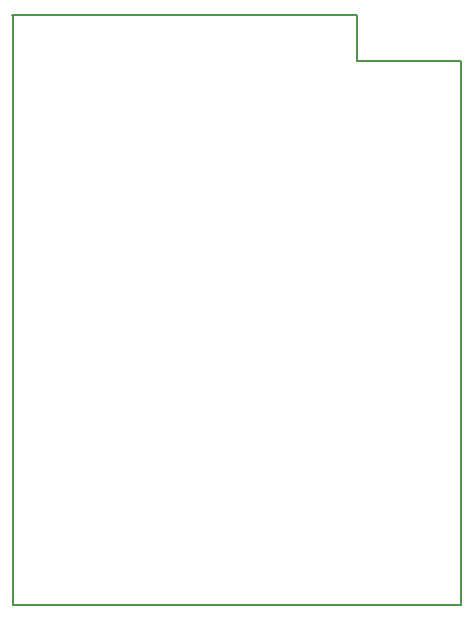
<source format=gbr>
G04 #@! TF.FileFunction,Profile,NP*
%FSLAX46Y46*%
G04 Gerber Fmt 4.6, Leading zero omitted, Abs format (unit mm)*
G04 Created by KiCad (PCBNEW 4.0.4-stable) date 04/11/18 19:14:46*
%MOMM*%
%LPD*%
G01*
G04 APERTURE LIST*
%ADD10C,0.100000*%
%ADD11C,0.150000*%
G04 APERTURE END LIST*
D10*
D11*
X153720000Y-65470000D02*
X162580000Y-65470000D01*
X153720000Y-61650000D02*
X153720000Y-65470000D01*
X124550000Y-61610000D02*
X153740000Y-61610000D01*
X162580000Y-65470000D02*
X162590000Y-111550000D01*
X124640000Y-111540000D02*
X124640000Y-61600000D01*
X162590000Y-111550000D02*
X124640000Y-111540000D01*
M02*

</source>
